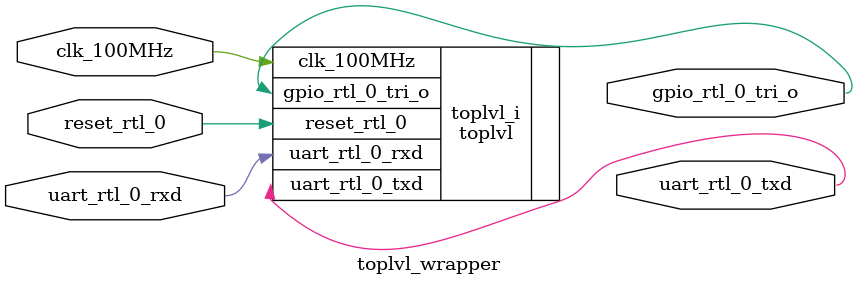
<source format=v>
`timescale 1 ps / 1 ps

module toplvl_wrapper
   (clk_100MHz,
    gpio_rtl_0_tri_o,
    reset_rtl_0,
    uart_rtl_0_rxd,
    uart_rtl_0_txd);
  input clk_100MHz;
  output [0:0]gpio_rtl_0_tri_o;
  input reset_rtl_0;
  input uart_rtl_0_rxd;
  output uart_rtl_0_txd;

  wire clk_100MHz;
  wire [0:0]gpio_rtl_0_tri_o;
  wire reset_rtl_0;
  wire uart_rtl_0_rxd;
  wire uart_rtl_0_txd;

  toplvl toplvl_i
       (.clk_100MHz(clk_100MHz),
        .gpio_rtl_0_tri_o(gpio_rtl_0_tri_o),
        .reset_rtl_0(reset_rtl_0),
        .uart_rtl_0_rxd(uart_rtl_0_rxd),
        .uart_rtl_0_txd(uart_rtl_0_txd));
endmodule

</source>
